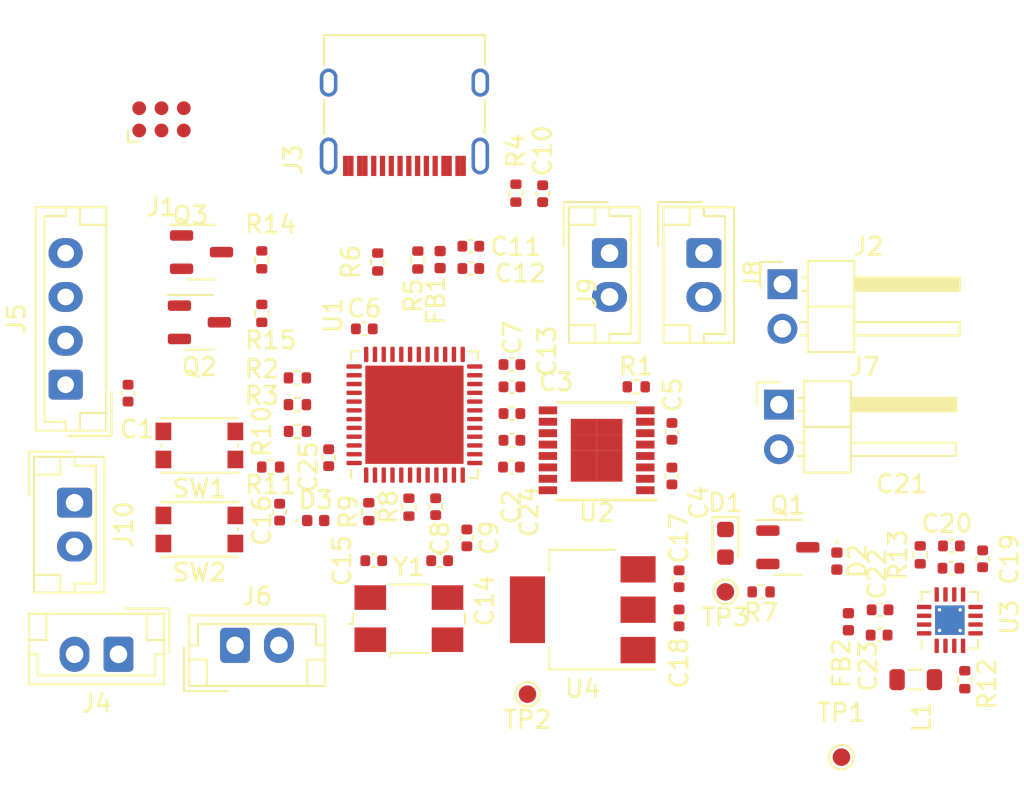
<source format=kicad_pcb>
(kicad_pcb (version 20221018) (generator pcbnew)
  (layers (0 "F.Cu" signal) (31 "B.Cu" signal) (34 "B.Paste" user) (35 "F.Paste" user) (36 "B.SilkS" user "B.Silkscreen") (37 "F.SilkS" user "F.Silkscreen") (38 "B.Mask" user) (39 "F.Mask" user) (44 "Edge.Cuts" user))
  (net 0 "")
  (net 1 "VCC")
  (net 2 "GND")
  (net 3 "+BATT")
  (net 4 "Net-(J7-Pin_1)")
  (net 5 "Net-(J7-Pin_2)")
  (net 6 "Net-(J2-Pin_1)")
  (net 7 "Net-(J2-Pin_2)")
  (net 8 "+3V3")
  (net 9 "Net-(J3-SHIELD)")
  (net 10 "Net-(C11-Pad1)")
  (net 11 "VBUS")
  (net 12 "Net-(U1-VCAP1)")
  (net 13 "Net-(C14-Pad1)")
  (net 14 "/XTAL_IN")
  (net 15 "/nRST")
  (net 16 "+3.3V")
  (net 17 "Net-(U3-SS{slash}TR)")
  (net 18 "+5V")
  (net 19 "Net-(U3-VOS)")
  (net 20 "Net-(U2-VINT)")
  (net 21 "Net-(D3-A)")
  (net 22 "/SWDIO")
  (net 23 "/SWCLK")
  (net 24 "/SWO")
  (net 25 "Net-(J3-CC1)")
  (net 26 "/USB2_P")
  (net 27 "/USB2_N")
  (net 29 "Net-(J3-CC2)")
  (net 31 "/USART6_TX")
  (net 32 "/USART6_RX")
  (net 33 "Net-(J5-Pin_3)")
  (net 34 "Net-(J5-Pin_4)")
  (net 35 "/USART2_TX")
  (net 36 "/USART2_RX")
  (net 37 "/ENC1_A")
  (net 38 "/ENC1_B")
  (net 39 "/ENC2_A")
  (net 40 "/ENC2_B")
  (net 43 "Net-(L1-Pad1)")
  (net 44 "/DRV_Fault")
  (net 45 "/I2C1_SCL")
  (net 46 "/I2C1_SDA")
  (net 47 "/XTAL_OUT")
  (net 48 "Net-(U1-PC13)")
  (net 49 "/Boot0")
  (net 50 "/P5V_PG")
  (net 51 "Net-(U3-EN)")
  (net 54 "/AIN_1")
  (net 55 "/AIN_2")
  (net 56 "/BIN_1")
  (net 57 "/BIN_2")
  (net 58 "/DRV_EN")
  (net 61 "/JTDO")
  (net 68 "/USART1_TX")
  (net 69 "/USART1_RX")
  (net 70 "/JTDI")
  (net 71 "/JTRST")
  (net 76 "Net-(Y1-Pad2)")
  (footprint "Capacitor_SMD:C_0402_1005Metric" (layer "F.Cu") (at 140.884 94.232)
    (fp_text reference "C20" (at -0.226 -2.54) (layer "F.SilkS"))
    (fp_text value "1u")
    (pad "1" smd roundrect (at -0.48 0) (size 0.56 0.62) (layers "F.Cu" "F.Paste" "F.Mask") (net 3 "+BATT"))
    (pad "2" smd roundrect (at 0.48 0) (size 0.56 0.62) (layers "F.Cu" "F.Paste" "F.Mask") (net 2 "GND"))
  )
  (footprint "Inductor_SMD:L_0402_1005Metric" (layer "F.Cu") (at 135.042 97.28 90)
    (fp_text reference "FB2" (at -2.37 -0.396 90) (layer "F.SilkS"))
    (fp_text value "220R @100Mhz")
    (pad "1" smd roundrect (at -0.485 0 90) (size 0.59 0.64) (layers "F.Cu" "F.Paste" "F.Mask") (net 19 "Net-(U3-VOS)"))
    (pad "2" smd roundrect (at 0.485 0 90) (size 0.59 0.64) (layers "F.Cu" "F.Paste" "F.Mask") (net 18 "+5V"))
  )
  (footprint "Capacitor_SMD:C_0402_1005Metric" (layer "F.Cu") (at 111.752 93.802 180)
    (fp_text reference "C14" (at -2.568 -2.286 90) (layer "F.SilkS"))
    (fp_text value "12p")
    (pad "1" smd roundrect (at -0.48 0 180) (size 0.56 0.62) (layers "F.Cu" "F.Paste" "F.Mask") (net 13 "Net-(C14-Pad1)"))
    (pad "2" smd roundrect (at 0.48 0 180) (size 0.56 0.62) (layers "F.Cu" "F.Paste" "F.Mask") (net 2 "GND"))
  )
  (footprint "Button_Switch_SMD:SW_Push_1P1T_NO_CK_KMR2" (layer "F.Cu") (at 98.064 92.024 180)
    (fp_text reference "SW2" (at 0 -2.45) (layer "F.SilkS"))
    (fp_text value "SW_Push")
    (pad "1" smd rect (at -2.05 -0.8 180) (size 0.9 1) (layers "F.Cu" "F.Paste" "F.Mask") (net 2 "GND"))
    (pad "1" smd rect (at 2.05 -0.8 180) (size 0.9 1) (layers "F.Cu" "F.Paste" "F.Mask") (net 2 "GND"))
    (pad "2" smd rect (at -2.05 0.8 180) (size 0.9 1) (layers "F.Cu" "F.Paste" "F.Mask") (net 15 "/nRST"))
    (pad "2" smd rect (at 2.05 0.8 180) (size 0.9 1) (layers "F.Cu" "F.Paste" "F.Mask") (net 15 "/nRST"))
  )
  (footprint "Resistor_SMD:R_0402_1005Metric" (layer "F.Cu") (at 139.134 93.47 -90)
    (fp_text reference "R13" (at 0 1.27 90) (layer "F.SilkS"))
    (fp_text value "0R")
    (pad "1" smd roundrect (at -0.51 0 270) (size 0.54 0.64) (layers "F.Cu" "F.Paste" "F.Mask") (net 3 "+BATT"))
    (pad "2" smd roundrect (at 0.51 0 270) (size 0.54 0.64) (layers "F.Cu" "F.Paste" "F.Mask") (net 51 "Net-(U3-EN)"))
  )
  (footprint "TestPoint:TestPoint_Pad_D1.0mm" (layer "F.Cu") (at 134.646 104.998 180)
    (fp_text reference "TP1" (at 0 2.54) (layer "F.SilkS"))
    (fp_text value "TestPoint")
    (pad "1" smd circle (at 0 0 180) (size 1 1) (layers "F.Cu" "F.Mask") (net 18 "+5V"))
  )
  (footprint "Connector_JST:JST_EH_B2B-EH-A_1x02_P2.50mm_Vertical" (layer "F.Cu") (at 90.952 90.5 -90)
    (fp_text reference "J10" (at 1.25 -2.8 90) (layer "F.SilkS"))
    (fp_text value "01x02 JST")
    (pad "1" thru_hole roundrect (at 0 0 270) (size 1.7 2) (drill 1) (layers "*.Cu" "*.Mask") (roundrect_rratio 0.147059))
    (pad "2" thru_hole oval (at 2.5 0 270) (size 1.7 2) (drill 1) (layers "*.Cu" "*.Mask"))
  )
  (footprint "Inductor_SMD:L_0805_2012Metric" (layer "F.Cu") (at 138.88 100.582 180)
    (fp_text reference "L1" (at -0.338 -2.116 90) (layer "F.SilkS"))
    (fp_text value "2u2")
    (pad "1" smd roundrect (at -1.0625 0 180) (size 0.875 1.2) (layers "F.Cu" "F.Paste" "F.Mask") (net 43 "Net-(L1-Pad1)"))
    (pad "2" smd roundrect (at 1.0625 0 180) (size 0.875 1.2) (layers "F.Cu" "F.Paste" "F.Mask") (net 19 "Net-(U3-VOS)"))
  )
  (footprint "Capacitor_SMD:C_0402_1005Metric" (layer "F.Cu") (at 102.636 91.036 -90)
    (fp_text reference "C16" (at 0.48 1.016 90) (layer "F.SilkS"))
    (fp_text value "100n")
    (pad "1" smd roundrect (at -0.48 0 270) (size 0.56 0.62) (layers "F.Cu" "F.Paste" "F.Mask") (net 15 "/nRST"))
    (pad "2" smd roundrect (at 0.48 0 270) (size 0.56 0.62) (layers "F.Cu" "F.Paste" "F.Mask") (net 2 "GND"))
  )
  (footprint "Package_SO:TSSOP-16-1EP_4.4x5mm_P0.65mm" (layer "F.Cu") (at 120.697 87.5125 180)
    (fp_text reference "U2" (at 0 -3.55) (layer "F.SilkS"))
    (fp_text value "DRV8848")
    (pad "1" smd rect (at -2.775 -2.275 180) (size 1.05 0.45) (layers "F.Cu" "F.Paste" "F.Mask") (net 58 "/DRV_EN"))
    (pad "2" smd rect (at -2.775 -1.625 180) (size 1.05 0.45) (layers "F.Cu" "F.Paste" "F.Mask") (net 4 "Net-(J7-Pin_1)"))
    (pad "3" smd rect (at -2.775 -0.975 180) (size 1.05 0.45) (layers "F.Cu" "F.Paste" "F.Mask"))
    (pad "4" smd rect (at -2.775 -0.325 180) (size 1.05 0.45) (layers "F.Cu" "F.Paste" "F.Mask") (net 5 "Net-(J7-Pin_2)"))
    (pad "5" smd rect (at -2.775 0.325 180) (size 1.05 0.45) (layers "F.Cu" "F.Paste" "F.Mask") (net 7 "Net-(J2-Pin_2)"))
    (pad "6" smd rect (at -2.775 0.975 180) (size 1.05 0.45) (layers "F.Cu" "F.Paste" "F.Mask"))
    (pad "7" smd rect (at -2.775 1.625 180) (size 1.05 0.45) (layers "F.Cu" "F.Paste" "F.Mask") (net 6 "Net-(J2-Pin_1)"))
    (pad "8" smd rect (at -2.775 2.275 180) (size 1.05 0.45) (layers "F.Cu" "F.Paste" "F.Mask") (net 44 "/DRV_Fault"))
    (pad "9" smd rect (at 2.775 2.275 180) (size 1.05 0.45) (layers "F.Cu" "F.Paste" "F.Mask") (net 56 "/BIN_1"))
    (pad "10" smd rect (at 2.775 1.625 180) (size 1.05 0.45) (layers "F.Cu" "F.Paste" "F.Mask") (net 57 "/BIN_2"))
    (pad "11" smd rect (at 2.775 0.975 180) (size 1.05 0.45) (layers "F.Cu" "F.Paste" "F.Mask") (net 8 "+3V3"))
    (pad "12" smd rect (at 2.775 0.325 180) (size 1.05 0.45) (layers "F.Cu" "F.Paste" "F.Mask") (net 3 "+BATT"))
    (pad "13" smd rect (at 2.775 -0.325 180) (size 1.05 0.45) (layers "F.Cu" "F.Paste" "F.Mask") (net 2 "GND"))
    (pad "14" smd rect (at 2.775 -0.975 180) (size 1.05 0.45) (layers "F.Cu" "F.Paste" "F.Mask") (net 20 "Net-(U2-VINT)"))
    (pad "15" smd rect (at 2.775 -1.625 180) (size 1.05 0.45) (layers "F.Cu" "F.Paste" "F.Mask") (net 55 "/AIN_2"))
    (pad "16" smd rect (at 2.775 -2.275 180) (size 1.05 0.45) (layers "F.Cu" "F.Paste" "F.Mask") (net 54 "/AIN_1"))
    (pad "17" smd rect (at -0.735 -1.3425 180) (size 1.47 0.895) (layers "F.Cu" "F.Paste" "F.Mask") (net 2 "GND"))
    (pad "17" smd rect (at -0.735 -0.4475 180) (size 1.47 0.895) (layers "F.Cu" "F.Paste" "F.Mask") (net 2 "GND"))
    (pad "17" smd rect (at -0.735 0.4475 180) (size 1.47 0.895) (layers "F.Cu" "F.Paste" "F.Mask") (net 2 "GND"))
    (pad "17" smd rect (at -0.735 1.3425 180) (size 1.47 0.895) (layers "F.Cu" "F.Paste" "F.Mask") (net 2 "GND"))
    (pad "17" smd rect (at 0.735 -1.3425 180) (size 1.47 0.895) (layers "F.Cu" "F.Paste" "F.Mask") (net 2 "GND"))
    (pad "17" smd rect (at 0.735 -0.4475 180) (size 1.47 0.895) (layers "F.Cu" "F.Paste" "F.Mask") (net 2 "GND"))
    (pad "17" smd rect (at 0.735 0.4475 180) (size 1.47 0.895) (layers "F.Cu" "F.Paste" "F.Mask") (net 2 "GND"))
    (pad "17" smd rect (at 0.735 1.3425 180) (size 1.47 0.895) (layers "F.Cu" "F.Paste" "F.Mask") (net 2 "GND"))
  )
  (footprint "Resistor_SMD:R_0402_1005Metric" (layer "F.Cu") (at 102.128 88.468 180)
    (fp_text reference "R11" (at 0 -1.016) (layer "F.SilkS"))
    (fp_text value "10k")
    (pad "1" smd roundrect (at -0.51 0 180) (size 0.54 0.64) (layers "F.Cu" "F.Paste" "F.Mask") (net 15 "/nRST"))
    (pad "2" smd roundrect (at 0.51 0 180) (size 0.54 0.64) (layers "F.Cu" "F.Paste" "F.Mask") (net 8 "+3V3"))
  )
  (footprint "Inductor_SMD:L_0402_1005Metric" (layer "F.Cu") (at 111.78 76.647 -90)
    (fp_text reference "FB1" (at 2.309 0.254 90) (layer "F.SilkS"))
    (fp_text value "220R @100Mhz")
    (pad "1" smd roundrect (at -0.485 0 270) (size 0.59 0.64) (layers "F.Cu" "F.Paste" "F.Mask") (net 10 "Net-(C11-Pad1)"))
    (pad "2" smd roundrect (at 0.485 0 270) (size 0.59 0.64) (layers "F.Cu" "F.Paste" "F.Mask") (net 11 "VBUS"))
  )
  (footprint "Capacitor_SMD:C_0402_1005Metric" (layer "F.Cu") (at 115.872 83.896)
    (fp_text reference "C13" (at 2.004 -2.032 90) (layer "F.SilkS"))
    (fp_text value "2u2")
    (pad "1" smd roundrect (at -0.48 0) (size 0.56 0.62) (layers "F.Cu" "F.Paste" "F.Mask") (net 12 "Net-(U1-VCAP1)"))
    (pad "2" smd roundrect (at 0.48 0) (size 0.56 0.62) (layers "F.Cu" "F.Paste" "F.Mask") (net 2 "GND"))
  )
  (footprint "Capacitor_SMD:C_0402_1005Metric" (layer "F.Cu") (at 115.872 86.944 180)
    (fp_text reference "C2" (at 0.028 -3.798 90) (layer "F.SilkS"))
    (fp_text value "100n")
    (pad "1" smd roundrect (at -0.48 0 180) (size 0.56 0.62) (layers "F.Cu" "F.Paste" "F.Mask") (net 3 "+BATT"))
    (pad "2" smd roundrect (at 0.48 0 180) (size 0.56 0.62) (layers "F.Cu" "F.Paste" "F.Mask") (net 2 "GND"))
  )
  (footprint "Connector_JST:JST_EH_B2B-EH-A_1x02_P2.50mm_Vertical" (layer "F.Cu") (at 93.452 99.136 180)
    (fp_text reference "J4" (at 1.25 -2.8) (layer "F.SilkS"))
    (fp_text value "01x02 JST")
    (pad "1" thru_hole roundrect (at 0 0 180) (size 1.7 2) (drill 1) (layers "*.Cu" "*.Mask") (roundrect_rratio 0.147059) (net 31 "/USART6_TX"))
    (pad "2" thru_hole oval (at 2.5 0 180) (size 1.7 2) (drill 1) (layers "*.Cu" "*.Mask") (net 32 "/USART6_RX"))
  )
  (footprint "Capacitor_SMD:C_0402_1005Metric" (layer "F.Cu") (at 113.53 75.885)
    (fp_text reference "C11" (at 2.568 0.023) (layer "F.SilkS"))
    (fp_text value "2u2")
    (pad "1" smd roundrect (at -0.48 0) (size 0.56 0.62) (layers "F.Cu" "F.Paste" "F.Mask") (net 10 "Net-(C11-Pad1)"))
    (pad "2" smd roundrect (at 0.48 0) (size 0.56 0.62) (layers "F.Cu" "F.Paste" "F.Mask") (net 2 "GND"))
  )
  (footprint "Connector_USB:USB_C_Receptacle_XKB_U262-16XN-4BVC11" (layer "F.Cu") (at 109.748 67.64 180)
    (fp_text reference "J3" (at 6.35 -3.302 90) (layer "F.SilkS"))
    (fp_text value "USB_C_Receptacle_USB2.0")
    (pad "" np_thru_hole circle (at -2.89 -2.605 180) (size 0.65 0.65) (drill 0.65) (layers "*.Cu" "*.Mask"))
    (pad "" np_thru_hole circle (at 2.89 -2.605 180) (size 0.65 0.65) (drill 0.65) (layers "*.Cu" "*.Mask"))
    (pad "A1" smd rect (at -3.35 -3.67 180) (size 0.3 1.15) (layers "F.Cu" "F.Paste" "F.Mask") (net 2 "GND"))
    (pad "A4" smd rect (at -2.55 -3.67 180) (size 0.3 1.15) (layers "F.Cu" "F.Paste" "F.Mask") (net 10 "Net-(C11-Pad1)"))
    (pad "A5" smd rect (at -1.25 -3.67 180) (size 0.3 1.15) (layers "F.Cu" "F.Paste" "F.Mask") (net 25 "Net-(J3-CC1)"))
    (pad "A6" smd rect (at -0.25 -3.67 180) (size 0.3 1.15) (layers "F.Cu" "F.Paste" "F.Mask") (net 26 "/USB2_P"))
    (pad "A7" smd rect (at 0.25 -3.67 180) (size 0.3 1.15) (layers "F.Cu" "F.Paste" "F.Mask") (net 27 "/USB2_N"))
    (pad "A8" smd rect (at 1.25 -3.67 180) (size 0.3 1.15) (layers "F.Cu" "F.Paste" "F.Mask"))
    (pad "A9" smd rect (at 2.55 -3.67 180) (size 0.3 1.15) (layers "F.Cu" "F.Paste" "F.Mask") (net 10 "Net-(C11-Pad1)"))
    (pad "A12" smd rect (at 3.35 -3.67 180) (size 0.3 1.15) (layers "F.Cu" "F.Paste" "F.Mask") (net 2 "GND"))
    (pad "B1" smd rect (at 3.05 -3.67 180) (size 0.3 1.15) (layers "F.Cu" "F.Paste" "F.Mask") (net 2 "GND"))
    (pad "B4" smd rect (at 2.25 -3.67 180) (size 0.3 1.15) (layers "F.Cu" "F.Paste" "F.Mask") (net 10 "Net-(C11-Pad1)"))
    (pad "B5" smd rect (at 1.75 -3.67 180) (size 0.3 1.15) (layers "F.Cu" "F.Paste" "F.Mask") (net 29 "Net-(J3-CC2)"))
    (pad "B6" smd rect (at 0.75 -3.67 180) (size 0.3 1.15) (layers "F.Cu" "F.Paste" "F.Mask") (net 26 "/USB2_P"))
    (pad "B7" smd rect (at -0.75 -3.67 180) (size 0.3 1.15) (layers "F.Cu" "F.Paste" "F.Mask") (net 27 "/USB2_N"))
    (pad "B8" smd rect (at -1.75 -3.67 180) (size 0.3 1.15) (layers "F.Cu" "F.Paste" "F.Mask"))
    (pad "B9" smd rect (at -2.25 -3.67 180) (size 0.3 1.15) (layers "F.Cu" "F.Paste" "F.Mask") (net 10 "Net-(C11-Pad1)"))
    (pad "B12" smd rect (at -3.05 -3.67 180) (size 0.3 1.15) (layers "F.Cu" "F.Paste" "F.Mask") (net 2 "GND"))
    (pad "S1" thru_hole oval (at -4.32 -3.105 180) (size 1 2.1) (drill oval 0.6 1.7) (layers "*.Cu" "*.Mask") (net 9 "Net-(J3-SHIELD)"))
    (pad "S1" thru_hole oval (at -4.32 1.075 180) (size 1 1.6) (drill oval 0.6 1.2) (layers "*.Cu" "*.Mask") (net 9 "Net-(J3-SHIELD)"))
    (pad "S1" thru_hole oval (at 4.32 -3.105 180) (size 1 2.1) (drill oval 0.6 1.7) (layers "*.Cu" "*.Mask") (net 9 "Net-(J3-SHIELD)"))
    (pad "S1" thru_hole oval (at 4.32 1.075 180) (size 1 1.6) (drill oval 0.6 1.2) (layers "*.Cu" "*.Mask") (net 9 "Net-(J3-SHIELD)"))
  )
  (footprint "Capacitor_SMD:C_0402_1005Metric" (layer "F.Cu") (at 124.988 88.976 90)
    (fp_text reference "C4" (at -1.524 1.524 90) (layer "F.SilkS"))
    (fp_text value "100n")
    (pad "1" smd roundrect (at -0.48 0 90) (size 0.56 0.62) (layers "F.Cu" "F.Paste" "F.Mask") (net 4 "Net-(J7-Pin_1)"))
    (pad "2" smd roundrect (at 0.48 0 90) (size 0.56 0.62) (layers "F.Cu" "F.Paste" "F.Mask") (net 5 "Net-(J7-Pin_2)"))
  )
  (footprint "Capacitor_SMD:C_0402_1005Metric" (layer "F.Cu") (at 113.53 77.155)
    (fp_text reference "C12" (at 2.822 0.277) (layer "F.SilkS"))
    (fp_text value "2u2")
    (pad "1" smd roundrect (at -0.48 0) (size 0.56 0.62) (layers "F.Cu" "F.Paste" "F.Mask") (net 11 "VBUS"))
    (pad "2" smd roundrect (at 0.48 0) (size 0.56 0.62) (layers "F.Cu" "F.Paste" "F.Mask") (net 2 "GND"))
  )
  (footprint "Connector:Tag-Connect_TC2030-IDC-FP_2x03_P1.27mm_Vertical" (layer "F.Cu") (at 95.905 68.656)
    (fp_text reference "J1" (at 0 5) (layer "F.SilkS"))
    (fp_text value "J-Tag")
    (pad "" np_thru_hole circle (at -2.54 -2.54) (size 2.3749 2.3749) (drill 2.3749) (layers "*.Cu" "*.Mask"))
    (pad "" np_thru_hole circle (at -2.54 0) (size 0.9906 0.9906) (drill 0.9906) (layers "*.Cu" "*.Mask"))
    (pad "" np_thru_hole circle (at -2.54 2.54) (size 2.3749 2.3749) (drill 2.3749) (layers "*.Cu" "*.Mask"))
    (pad "" np_thru_hole circle (at 0.635 -2.54) (size 2.3749 2.3749) (drill 2.3749) (layers "*.Cu" "*.Mask"))
    (pad "" np_thru_hole circle (at 0.635 2.54) (size 2.3749 2.3749) (drill 2.3749) (layers "*.Cu" "*.Mask"))
    (pad "" np_thru_hole circle (at 2.54 -1.016) (size 0.9906 0.9906) (drill 0.9906) (layers "*.Cu" "*.Mask"))
    (pad "" np_thru_hole circle (at 2.54 1.016) (size 0.9906 0.9906) (drill 0.9906) (layers "*.Cu" "*.Mask"))
    (pad "1" connect circle (at -1.27 0.635) (size 0.7874 0.7874) (layers "F.Cu" "F.Mask") (net 16 "+3.3V"))
    (pad "2" connect circle (at -1.27 -0.635) (size 0.7874 0.7874) (layers "F.Cu" "F.Mask") (net 22 "/SWDIO"))
    (pad "3" connect circle (at 0 0.635) (size 0.7874 0.7874) (layers "F.Cu" "F.Mask") (net 15 "/nRST"))
    (pad "4" connect circle (at 0 -0.635) (size 0.7874 0.7874) (layers "F.Cu" "F.Mask") (net 23 "/SWCLK"))
    (pad "5" connect circle (at 1.27 0.635) (size 0.7874 0.7874) (layers "F.Cu" "F.Mask") (net 2 "GND"))
    (pad "6" connect circle (at 1.27 -0.635) (size 0.7874 0.7874) (layers "F.Cu" "F.Mask") (net 24 "/SWO"))
  )
  (footprint "Package_DFN_QFN:VQFN-16-1EP_3x3mm_P0.5mm_EP1.68x1.68mm_ThermalVias" (layer "F.Cu") (at 140.824 97.192 90)
    (fp_text reference "U3" (at 0.166 3.39 90) (layer "F.SilkS"))
    (fp_text value "TPS62133")
    (pad "1" smd roundrect (at -1.4625 -0.75 90) (size 0.825 0.25) (layers "F.Cu" "F.Paste" "F.Mask") (net 43 "Net-(L1-Pad1)"))
    (pad "2" smd roundrect (at -1.4625 -0.25 90) (size 0.825 0.25) (layers "F.Cu" "F.Paste" "F.Mask") (net 43 "Net-(L1-Pad1)"))
    (pad "3" smd roundrect (at -1.4625 0.25 90) (size 0.825 0.25) (layers "F.Cu" "F.Paste" "F.Mask") (net 43 "Net-(L1-Pad1)"))
    (pad "4" smd roundrect (at -1.4625 0.75 90) (size 0.825 0.25) (layers "F.Cu" "F.Paste" "F.Mask") (net 50 "/P5V_PG"))
    (pad "5" smd roundrect (at -0.75 1.4625 90) (size 0.25 0.825) (layers "F.Cu" "F.Paste" "F.Mask") (net 2 "GND"))
    (pad "6" smd roundrect (at -0.25 1.4625 90) (size 0.25 0.825) (layers "F.Cu" "F.Paste" "F.Mask") (net 2 "GND"))
    (pad "7" smd roundrect (at 0.25 1.4625 90) (size 0.25 0.825) (layers "F.Cu" "F.Paste" "F.Mask") (net 2 "GND"))
    (pad "8" smd roundrect (at 0.75 1.4625 90) (size 0.25 0.825) (layers "F.Cu" "F.Paste" "F.Mask") (net 2 "GND"))
    (pad "9" smd roundrect (at 1.4625 0.75 90) (size 0.825 0.25) (layers "F.Cu" "F.Paste" "F.Mask") (net 17 "Net-(U3-SS{slash}TR)"))
    (pad "10" smd roundrect (at 1.4625 0.25 90) (size 0.825 0.25) (layers "F.Cu" "F.Paste" "F.Mask") (net 3 "+BATT"))
    (pad "11" smd roundrect (at 1.4625 -0.25 90) (size 0.825 0.25) (layers "F.Cu" "F.Paste" "F.Mask") (net 3 "+BATT"))
    (pad "12" smd roundrect (at 1.4625 -0.75 90) (size 0.825 0.25) (layers "F.Cu" "F.Paste" "F.Mask") (net 3 "+BATT"))
    (pad "13" smd roundrect (at 0.75 -1.4625 90) (size 0.25 0.825) (layers "F.Cu" "F.Paste" "F.Mask") (net 51 "Net-(U3-EN)"))
    (pad "14" smd roundrect (at 0.25 -1.4625 90) (size 0.25 0.825) (layers "F.Cu" "F.Paste" "F.Mask") (net 19 "Net-(U3-VOS)"))
    (pad "15" smd roundrect (at -0.25 -1.4625 90) (size 0.25 0.825) (layers "F.Cu" "F.Paste" "F.Mask") (net 2 "GND"))
    (pad "16" smd roundrect (at -0.75 -1.4625 90) (size 0.25 0.825) (layers "F.Cu" "F.Paste" "F.Mask") (net 2 "GND"))
    (pad "17" thru_hole circle (at -0.59 -0.59 90) (size 0.5 0.5) (drill 0.2) (layers "*.Cu") (net 2 "GND"))
    (pad "17" thru_hole circle (at -0.59 0.59 90) (size 0.5 0.5) (drill 0.2) (layers "*.Cu") (net 2 "GND"))
    (pad "17" smd rect (at 0 0 90) (size 1.68 1.68) (layers "F.Cu" "F.Mask") (net 2 "GND"))
    (pad "17" smd rect (at 0 0 90) (size 1.68 1.68) (layers "B.Cu") (net 2 "GND"))
    (pad "17" thru_hole circle (at 0.59 -0.59 90) (size 0.5 0.5) (drill 0.2) (layers "*.Cu") (net 2 "GND"))
    (pad "17" thru_hole circle (at 0.59 0.59 90) (size 0.5 0.5) (drill 0.2) (layers "*.Cu") (net 2 "GND"))
  )
  (footprint "Capacitor_SMD:C_0402_1005Metric" (layer "F.Cu") (at 125.394 94.832 -90)
    (fp_text reference "C17" (at -2.314 0 90) (layer "F.SilkS"))
    (fp_text value "10u")
    (pad "1" smd roundrect (at -0.48 0 270) (size 0.56 0.62) (layers "F.Cu" "F.Paste" "F.Mask") (net 1 "VCC"))
    (pad "2" smd roundrect (at 0.48 0 270) (size 0.56 0.62) (layers "F.Cu" "F.Paste" "F.Mask") (net 2 "GND"))
  )
  (footprint "Capacitor_SMD:C_0402_1005Metric" (layer "F.Cu") (at 107.998 93.802 180)
    (fp_text reference "C15" (at 1.806 0 90) (layer "F.SilkS"))
    (fp_text value "12p")
    (pad "1" smd roundrect (at -0.48 0 180) (size 0.56 0.62) (layers "F.Cu" "F.Paste" "F.Mask") (net 14 "/XTAL_IN"))
    (pad "2" smd roundrect (at 0.48 0 180) (size 0.56 0.62) (layers "F.Cu" "F.Paste" "F.Mask") (net 2 "GND"))
  )
  (footprint "Connector_JST:JST_EH_B4B-EH-A_1x04_P2.50mm_Vertical" (layer "F.Cu") (at 90.444 83.776 90)
    (fp_text reference "J5" (at 3.75 -2.8 90) (layer "F.SilkS"))
    (fp_text value "01x04 JST")
    (pad "1" thru_hole roundrect (at 0 0 90) (size 1.7 1.95) (drill 0.95) (layers "*.Cu" "*.Mask") (roundrect_rratio 0.147059) (net 1 "VCC"))
    (pad "2" thru_hole oval (at 2.5 0 90) (size 1.7 1.95) (drill 0.95) (layers "*.Cu" "*.Mask") (net 2 "GND"))
    (pad "3" thru_hole oval (at 5 0 90) (size 1.7 1.95) (drill 0.95) (layers "*.Cu" "*.Mask") (net 33 "Net-(J5-Pin_3)"))
    (pad "4" thru_hole oval (at 7.5 0 90) (size 1.7 1.95) (drill 0.95) (layers "*.Cu" "*.Mask") (net 34 "Net-(J5-Pin_4)"))
  )
  (footprint "Resistor_SMD:R_0402_1005Metric" (layer "F.Cu") (at 103.652 86.436)
    (fp_text reference "R10" (at -2.032 0 90) (layer "F.SilkS"))
    (fp_text value "10k")
    (pad "1" smd roundrect (at -0.51 0) (size 0.54 0.64) (layers "F.Cu" "F.Paste" "F.Mask") (net 2 "GND"))
    (pad "2" smd roundrect (at 0.51 0) (size 0.54 0.64) (layers "F.Cu" "F.Paste" "F.Mask") (net 49 "/Boot0"))
  )
  (footprint "Capacitor_SMD:C_0402_1005Metric" (layer "F.Cu") (at 115.844 88.468 180)
    (fp_text reference "C24" (at -1.016 -2.54 90) (layer "F.SilkS"))
    (fp_text value "2u2")
    (pad "1" smd roundrect (at -0.48 0 180) (size 0.56 0.62) (layers "F.Cu" "F.Paste" "F.Mask") (net 20 "Net-(U2-VINT)"))
    (pad "2" smd roundrect (at 0.48 0 180) (size 0.56 0.62) (layers "F.Cu" "F.Paste" "F.Mask") (net 2 "GND"))
  )
  (footprint "TestPoint:TestPoint_Pad_D1.0mm" (layer "F.Cu") (at 128.036 95.58 180)
    (fp_text reference "TP3" (at 0 -1.448) (layer "F.SilkS"))
    (fp_text value "TestPoint")
    (pad "1" smd circle (at 0 0 180) (size 1 1) (layers "F.Cu" "F.Mask") (net 11 "VBUS"))
  )
  (footprint "Capacitor_SMD:C_0402_1005Metric" (layer "F.Cu") (at 125.394 97.062 -90)
    (fp_text reference "C18" (at 2.568 0 90) (layer "F.SilkS"))
    (fp_text value "22u")
    (pad "1" smd roundrect (at -0.48 0 270) (size 0.56 0.62) (layers "F.Cu" "F.Paste" "F.Mask") (net 16 "+3.3V"))
    (pad "2" smd roundrect (at 0.48 0 270) (size 0.56 0.62) (layers "F.Cu" "F.Paste" "F.Mask") (net 2 "GND"))
  )
  (footprint "Resistor_SMD:R_0402_1005Metric" (layer "F.Cu") (at 107.716 91.01 90)
    (fp_text reference "R9" (at 0 -1.17 90) (layer "F.SilkS"))
    (fp_text value "1k")
    (pad "1" smd roundrect (at -0.51 0 90) (size 0.54 0.64) (layers "F.Cu" "F.Paste" "F.Mask") (net 21 "Net-(D3-A)"))
    (pad "2" smd roundrect (at 0.51 0 90) (size 0.54 0.64) (layers "F.Cu" "F.Paste" "F.Mask") (net 48 "Net-(U1-PC13)"))
  )
  (footprint "Diode_SMD:D_0603_1608Metric" (layer "F.Cu") (at 128.036 92.8115 -90)
    (fp_text reference "D1" (at -2.3115 0) (layer "F.SilkS"))
    (fp_text value "2 A")
    (pad "1" smd roundrect (at -0.7875 0 270) (size 0.875 0.95) (layers "F.Cu" "F.Paste" "F.Mask") (net 1 "VCC"))
    (pad "2" smd roundrect (at 0.7875 0 270) (size 0.875 0.95) (layers "F.Cu" "F.Paste" "F.Mask") (net 11 "VBUS"))
  )
  (footprint "Capacitor_SMD:C_0402_1005Metric" (layer "F.Cu") (at 115.872 82.626)
    (fp_text reference "C7" (at 0.028 -1.524 90) (layer "F.SilkS"))
    (fp_text value "100n")
    (pad "1" smd roundrect (at -0.48 0) (size 0.56 0.62) (layers "F.Cu" "F.Paste" "F.Mask") (net 8 "+3V3"))
    (pad "2" smd roundrect (at 0.48 0) (size 0.56 0.62) (layers "F.Cu" "F.Paste" "F.Mask") (net 2 "GND"))
  )
  (footprint "Connector_JST:JST_EH_B2B-EH-A_1x02_P2.50mm_Vertical" (layer "F.Cu") (at 100.096 98.628)
    (fp_text reference "J6" (at 1.25 -2.8) (layer "F.SilkS"))
    (fp_text value "01x02 JST")
    (pad "1" thru_hole roundrect (at 0 0) (size 1.7 2) (drill 1) (layers "*.Cu" "*.Mask") (roundrect_rratio 0.147059) (net 35 "/USART2_TX"))
    (pad "2" thru_hole oval (at 2.5 0) (size 1.7 2) (drill 1) (layers "*.Cu" "*.Mask") (net 36 "/USART2_RX"))
  )
  (footprint "Connector_PinHeader_2.54mm:PinHeader_1x02_P2.54mm_Horizontal" (layer "F.Cu") (at 131.281 78.049)
    (fp_text reference "J2" (at 4.893 -2.149) (layer "F.SilkS"))
    (fp_text value "Screw_Terminal_01x02")
    (pad "1" thru_hole rect (at 0 0) (size 1.7 1.7) (drill 1) (layers "*.Cu" "*.Mask") (net 6 "Net-(J2-Pin_1)"))
    (pad "2" thru_hole oval (at 0 2.54) (size 1.7 1.7) (drill 1) (layers "*.Cu" "*.Mask") (net 7 "Net-(J2-Pin_2)"))
  )
  (footprint "Diode_SMD:D_0402_1005Metric" (layer "F.Cu") (at 134.386 93.825 -90)
    (fp_text reference "D2" (at 0 -1.17 90) (layer "F.SilkS"))
    (fp_text value "5V1")
    (pad "1" smd roundrect (at -0.485 0 270) (size 0.59 0.64) (layers "F.Cu" "F.Paste" "F.Mask") (net 18 "+5V"))
    (pad "2" smd roundrect (at 0.485 0 270) (size 0.59 0.64) (layers "F.Cu" "F.Paste" "F.Mask") (net 11 "VBUS"))
  )
  (footprint "Capacitor_SMD:C_0402_1005Metric" (layer "F.Cu") (at 117.622 72.892 -90)
    (fp_text reference "C10" (at -2.443836 0 90) (layer "F.SilkS"))
    (fp_text value "4u7")
    (pad "1" smd roundrect (at -0.48 0 270) (size 0.56 0.62) (layers "F.Cu" "F.Paste" "F.Mask") (net 9 "Net-(J3-SHIELD)"))
    (pad "2" smd roundrect (at 0.48 0 270) (size 0.56 0.62) (layers "F.Cu" "F.Paste" "F.Mask") (net 2 "GND"))
  )
  (footprint "Package_DFN_QFN:QFN-48-1EP_7x7mm_P0.5mm_EP5.6x5.6mm" (layer "F.Cu") (at 110.318 85.488 90)
    (fp_text reference "U1" (at 5.656 -4.634 90) (layer "F.SilkS"))
    (fp_text value "STM32F401CCUx")
    (pad "1" smd roundrect (at -3.4375 -2.75 90) (size 0.875 0.25) (layers "F.Cu" "F.Paste" "F.Mask") (net 8 "+3V3"))
    (pad "2" smd roundrect (at -3.4375 -2.25 90) (size 0.875 0.25) (layers "F.Cu" "F.Paste" "F.Mask") (net 48 "Net-(U1-PC13)"))
    (pad "3" smd roundrect (at -3.4375 -1.75 90) (size 0.875 0.25) (layers "F.Cu" "F.Paste" "F.Mask"))
    (pad "4" smd roundrect (at -3.4375 -1.25 90) (size 0.875 0.25) (layers "F.Cu" "F.Paste" "F.Mask"))
    (pad "5" smd roundrect (at -3.4375 -0.75 90) (size 0.875 0.25) (layers "F.Cu" "F.Paste" "F.Mask") (net 14 "/XTAL_IN"))
    (pad "6" smd roundrect (at -3.4375 -0.25 90) (size 0.875 0.25) (layers "F.Cu" "F.Paste" "F.Mask") (net 47 "/XTAL_OUT"))
    (pad "7" smd roundrect (at -3.4375 0.25 90) (size 0.875 0.25) (layers "F.Cu" "F.Paste" "F.Mask") (net 15 "/nRST"))
    (pad "8" smd roundrect (at -3.4375 0.75 90) (size 0.875 0.25) (layers "F.Cu" "F.Paste" "F.Mask") (net 2 "GND"))
    (pad "9" smd roundrect (at -3.4375 1.25 90) (size 0.875 0.25) (layers "F.Cu" "F.Paste" "F.Mask") (net 8 "+3V3"))
    (pad "10" smd roundrect (at -3.4375 1.75 90) (size 0.875 0.25) (layers "F.Cu" "F.Paste" "F.Mask") (net 54 "/AIN_1"))
    (pad "11" smd roundrect (at -3.4375 2.25 90) (size 0.875 0.25) (layers "F.Cu" "F.Paste" "F.Mask") (net 55 "/AIN_2"))
    (pad "12" smd roundrect (at -3.4375 2.75 90) (size 0.875 0.25) (layers "F.Cu" "F.Paste" "F.Mask") (net 56 "/BIN_1"))
    (pad "13" smd roundrect (at -2.75 3.4375 90) (size 0.25 0.875) (layers "F.Cu" "F.Paste" "F.Mask") (net 57 "/BIN_2"))
    (pad "14" smd roundrect (at -2.25 3.4375 90) (size 0.25 0.875) (layers "F.Cu" "F.Paste" "F.Mask") (net 58 "/DRV_EN"))
    (pad "15" smd roundrect (at -1.75 3.4375 90) (size 0.25 0.875) (layers "F.Cu" "F.Paste" "F.Mask") (net 44 "/DRV_Fault"))
    (pad "16" smd roundrect (at -1.25 3.4375 90) (size 0.25 0.875) (layers "F.Cu" "F.Paste" "F.Mask"))
    (pad "17" smd roundrect (at -0.75 3.4375 90) (size 0.25 0.875) (layers "F.Cu" "F.Paste" "F.Mask"))
    (pad "18" smd roundrect (at -0.25 3.4375 90) (size 0.25 0.875) (layers "F.Cu" "F.Paste" "F.Mask") (net 37 "/ENC1_A"))
    (pad "19" smd roundrect (at 0.25 3.4375 90) (size 0.25 0.875) (layers "F.Cu" "F.Paste" "F.Mask") (net 38 "/ENC1_B"))
    (pad "20" smd roundrect (at 0.75 3.4375 90) (size 0.25 0.875) (layers "F.Cu" "F.Paste" "F.Mask") (net 61 "/JTDO"))
    (pad "21" smd roundrect (at 1.25 3.4375 90) (size 0.25 0.875) (layers "F.Cu" "F.Paste" "F.Mask"))
    (pad "22" smd roundrect (at 1.75 3.4375 90) (size 0.25 0.875) (layers "F.Cu" "F.Paste" "F.Mask") (net 12 "Net-(U1-VCAP1)"))
    (pad "23" smd roundrect (at 2.25 3.4375 90) (size 0.25 0.875) (layers "F.Cu" "F.Paste" "F.Mask") (net 2 "GND"))
    (pad "24" smd roundrect (at 2.75 3.4375 90) (size 0.25 0.875) (layers "F.Cu" "F.Paste" "F.Mask") (net 8 "+3V3"))
    (pad "25" smd roundrect (at 3.4375 2.75 90) (size 0.875 0.25) (layers "F.Cu" "F.Paste" "F.Mask"))
    (pad "26" smd roundrect (at 3.4375 2.25 90) (size 0.875 0.25) (layers "F.Cu" "F.Paste" "F.Mask"))
    (pad "27" smd roundrect (at 3.4375 1.75 90) (size 0.875 0.25) (layers "F.Cu" "F.Paste" "F.Mask"))
    (pad "28" smd roundrect (at 3.4375 1.25 90) (size 0.875 0.25) (layers "F.Cu" "F.Paste" "F.Mask"))
    (pad "29" smd roundrect (at 3.4375 0.75 90) (size 0.875 0.25) (layers "F.Cu" "F.Paste" "F.Mask"))
    (pad "30" smd roundrect (at 3.4375 0.25 90) (size 0.875 0.25) (layers "F.Cu" "F.Paste" "F.Mask") (net 68 "/USART1_TX"))
    (pad "31" smd roundrect (at 3.4375 -0.25 90) (size 0.875 0.25) (layers "F.Cu" "F.Paste" "F.Mask") (net 69 "/USART1_RX"))
    (pad "32" smd roundrect (at 3.4375 -0.75 90) (size 0.875 0.25) (layers "F.Cu" "F.Paste" "F.Mask") (net 27 "/USB2_N"))
    (pad "33" smd roundrect (at 3.4375 -1.25 90) (size 0.875 0.25) (layers "F.Cu" "F.Paste" "F.Mask") (net 26 "/USB2_P"))
    (pad "34" smd roundrect (at 3.4375 -1.75 90) (size 0.875 0.25) (layers "F.Cu" "F.Paste" "F.Mask") (net 22 "/SWDIO"))
    (pad "35" smd roundrect (at 3.4375 -2.25 90) (size 0.875 0.25) (layers "F.Cu" "F.Paste" "F.Mask") (net 2 "GND"))
    (pad "36" smd roundrect (at 3.4375 -2.75 90) (size 0.875 0.25) (layers "F.Cu" "F.Paste" "F.Mask") (net 8 "+3V3"))
    (pad "37" smd roundrect (at 2.75 -3.4375 90) (size 0.25 0.875) (layers "F.Cu" "F.Paste" "F.Mask") (net 23 "/SWCLK"))
    (pad "38" smd roundrect (at 2.25 -3.4375 90) (size 0.25 0.875) (layers "F.Cu" "F.Paste" "F.Mask") (net 70 "/JTDI"))
    (pad "39" smd roundrect (at 1.75 -3.4375 90) (size 0.25 0.875) (layers "F.Cu" "F.Paste" "F.Mask") (net 71 "/JTRST"))
    (pad "40" smd roundrect (at 1.25 -3.4375 90) (size 0.25 0.875) (layers "F.Cu" "F.Paste" "F.Mask") (net 39 "/ENC2_A"))
    (pad "41" smd roundrect (at 0.75 -3.4375 90) (size 0.25 0.875) (layers "F.Cu" "F.Paste" "F.Mask") (net 40 "/ENC2_B"))
    (pad "42" smd roundrect (at 0.25 -3.4375 90) (size 0.25 0.875) (layers "F.Cu" "F.Paste" "F.Mask"))
    (pad "43" smd roundrect (at -0.25 -3.4375 90) (size 0.25 0.875) (layers "F.Cu" "F.Paste" "F.Mask"))
    (pad "44" smd roundrect (at -0.75 -3.4375 90) (size 0.25 0.875) (layers "F.Cu" "F.Paste" "F.Mask") (net 49 "/Boot0"))
    (pad "45" smd roundrect (at -1.25 -3.4375 90) (size 0.25 0.875) (layers "F.Cu" "F.Paste" "F.Mask") (net 45 "/I2C1_SCL"))
    (pad "46" smd roundrect (at -1.75 -3.4375 90) (size 0.25 0.875) (layers "F.Cu" "F.Paste" "F.Mask") (net 46 "/I2C1_SDA"))
    (pad "47" smd roundrect (at -2.25 -3.4375 90) (size 0.25 0.875) (layers "F.Cu" "F.Paste" "F.Mask") (net 2 "GND"))
    (pad "48" smd roundrect (at -2.75 -3.4375 90) (size 0.25 0.875) (layers "F.Cu" "F.Paste" "F.Mask") (net 8 "+3V3"))
    (pad "49" smd rect (at 0 0 90) (size 5.6 5.6) (layers "F.Cu" "F.Mask") (net 2 "GND"))
  )
  (footprint "Resistor_SMD:R_0402_1005Metric" (layer "F.Cu") (at 103.65 84.912)
    (fp_text reference "R3" (at -2.03 -0.508) (layer "F.SilkS"))
    (fp_text value "2k2")
    (pad "1" smd roundrect (at -0.51 0) (size 0.54 0.64) (layers "F.Cu" "F.Paste" "F.Mask") (net 8 "+3V3"))
    (pad "2" smd roundrect (at 0.51 0) (size 0.54 0.64) (layers "F.Cu" "F.Paste" "F.Mask") (net 46 "/I2C1_SDA"))
  )
  (footprint "Resistor_SMD:R_0402_1005Metric" (layer "F.Cu") (at 141.674 100.584 90)
    (fp_text reference "R12" (at -0.252 1.27 90) (layer "F.SilkS"))
    (fp_text value "100k")
    (pad "1" smd roundrect (at -0.51 0 90) (size 0.54 0.64) (layers "F.Cu" "F.Paste" "F.Mask") (net 19 "Net-(U3-VOS)"))
    (pad "2" smd roundrect (at 0.51 0 90) (size 0.54 0.64) (layers "F.Cu" "F.Paste" "F.Mask") (net 50 "/P5V_PG"))
  )
  (footprint "Crystal:Crystal_SMD_0603-4Pin_6.0x3.5mm" (layer "F.Cu") (at 110.002 97.104)
    (fp_text reference "Y1" (at 0 -2.95) (layer "F.SilkS"))
    (fp_text value "25Mhz")
    (pad "1" smd rect (at -2.2 1.2) (size 1.8 1.4) (layers "F.Cu" "F.Paste" "F.Mask") (net 14 "/XTAL_IN"))
    (pad "2" smd rect (at 2.2 1.2) (size 1.8 1.4) (layers "F.Cu" "F.Paste" "F.Mask") (net 76 "Net-(Y1-Pad2)"))
    (pad "3" smd rect (at 2.2 -1.2) (size 1.8 1.4) (layers "F.Cu" "F.Paste" "F.Mask") (net 13 "Net-(C14-Pad1)"))
    (pad "4" smd rect (at -2.2 -1.2) (size 1.8 1.4) (layers "F.Cu" "F.Paste" "F.Mask") (net 76 "Net-(Y1-Pad2)"))
  )
  (footprint "Resistor_SMD:R_0402_1005Metric" (layer "F.Cu") (at 101.62 79.712 -90)
    (fp_text reference "R15" (at 1.524 -0.508) (layer "F.SilkS"))
    (fp_text value "1k2")
    (pad "1" smd roundrect (at -0.51 0 270) (size 0.54 0.64) (layers "F.Cu" "F.Paste" "F.Mask") (net 16 "+3.3V"))
    (pad "2" smd roundrect (at 0.51 0 270) (size 0.54 0.64) (layers "F.Cu" "F.Paste" "F.Mask") (net 45 "/I2C1_SCL"))
  )
  (footprint "Resistor_SMD:R_0402_1005Metric" (layer "F.Cu") (at 110.51 76.672 -90)
    (fp_text reference "R5" (at 2.03 0.254 90) (layer "F.SilkS"))
    (fp_text value "5k1")
    (pad "1" smd roundrect (at -0.51 0 270) (size 0.54 0.64) (layers "F.Cu" "F.Paste" "F.Mask") (net 25 "Net-(J3-CC1)"))
    (pad "2" smd roundrect (at 0.51 0 270) (size 0.54 0.64) (layers "F.Cu" "F.Paste" "F.Mask") (net 2 "GND"))
  )
  (footprint "TestPoint:TestPoint_Pad_D1.0mm" (layer "F.Cu") (at 116.758 101.408 180)
    (fp_text reference "TP2" (at 0 -1.448) (layer "F.SilkS"))
    (fp_text value "TestPoint")
    (pad "1" smd circle (at 0 0 180) (size 1 1) (layers "F.Cu" "F.Mask") (net 16 "+3.3V"))
  )
  (footprint "Resistor_SMD:R_0402_1005Metric" (layer "F.Cu") (at 103.65 83.388)
    (fp_text reference "R2" (at -2.03 -0.508) (layer "F.SilkS"))
    (fp_text value "2k2")
    (pad "1" smd roundrect (at -0.51 0) (size 0.54 0.64) (layers "F.Cu" "F.Paste" "F.Mask") (net 8 "+3V3"))
    (pad "2" smd roundrect (at 0.51 0) (size 0.54 0.64) (layers "F.Cu" "F.Paste" "F.Mask") (net 45 "/I2C1_SCL"))
  )
  (footprint "Resistor_SMD:R_0402_1005Metric" (layer "F.Cu") (at 122.954 83.896)
    (fp_text reference "R1" (at 0 -1.17) (layer "F.SilkS"))
    (fp_text value "10k")
    (pad "1" smd roundrect (at -0.51 0) (size 0.54 0.64) (layers "F.Cu" "F.Paste" "F.Mask") (net 8 "+3V3"))
    (pad "2" smd roundrect (at 0.51 0) (size 0.54 0.64) (layers "F.Cu" "F.Paste" "F.Mask") (net 44 "/DRV_Fault"))
  )
  (footprint "Resistor_SMD:R_0402_1005Metric" (layer "F.Cu") (at 130.07 95.58 180)
    (fp_text reference "R7" (at 0 -1.17) (layer "F.SilkS"))
    (fp_text value "10k")
    (pad "1" smd roundrect (at -0.51 0 180) (size 0.54 0.64) (layers "F.Cu" "F.Paste" "F.Mask") (net 11 "VBUS"))
    (pad "2" smd roundrect (at 0.51 0 180) (size 0.54 0.64) (layers "F.Cu" "F.Paste" "F.Mask") (net 2 "GND"))
  )
  (footprint "Resistor_SMD:R_0402_1005Metric" (layer "F.Cu") (at 116.098 72.862 -90)
    (fp_text reference "R4" (at -2.413836 0 90) (layer "F.SilkS"))
    (fp_text value "1M")
    (pad "1" smd roundrect (at -0.51 0 270) (size 0.54 0.64) (layers "F.Cu" "F.Paste" "F.Mask") (net 9 "Net-(J3-SHIELD)"))
    (pad "2" smd roundrect (at 0.51 0 270) (size 0.54 0.64) (layers "F.Cu" "F.Paste" "F.Mask") (net 2 "GND"))
  )
  (footprint "Package_TO_SOT_SMD:SOT-223-3_TabPin2" (layer "F.Cu") (at 119.908 96.596 180)
    (fp_text reference "U4" (at 0 -4.5) (layer "F.SilkS"))
    (fp_text value "AZ1117-3.3")
    (pad "1" smd rect (at -3.15 -2.3 180) (size 2 1.5) (layers "F.Cu" "F.Paste" "F.Mask") (net 2 "GND"))
    (pad "2" smd rect (at -3.15 0 180) (size 2 1.5) (layers "F.Cu" "F.Paste" "F.Mask") (net 16 "+3.3V"))
    (pad "2" smd rect (at 3.15 0 180) (size 2 3.8) (layers "F.Cu" "F.Paste" "F.Mask") (net 16 "+3.3V"))
    (pad "3" smd rect (at -3.15 2.3 180) (size 2 1.5) (layers "F.Cu" "F.Paste" "F.Mask") (net 1 "VCC"))
  )
  (footprint "Capacitor_SMD:C_0402_1005Metric" (layer "F.Cu") (at 107.462 80.594)
    (fp_text reference "C6" (at 0 -1.16) (layer "F.SilkS"))
    (fp_text value "100n")
    (pad "1" smd roundrect (at -0.48 0) (size 0.56 0.62) (layers "F.Cu" "F.Paste" "F.Mask") (net 8 "+3V3"))
    (pad "2" smd roundrect (at 0.48 0) (size 0.56 0.62) (layers "F.Cu" "F.Paste" "F.Mask") (net 2 "GND"))
  )
  (footprint "Capacitor_SMD:C_0402_1005Metric" (layer "F.Cu") (at 94 84.256 90)
    (fp_text reference "C1" (at -2.06 0.508) (layer "F.SilkS"))
    (fp_text value "1u")
    (pad "1" smd roundrect (at -0.48 0 90) (size 0.56 0.62) (layers "F.Cu" "F.Paste" "F.Mask") (net 1 "VCC"))
    (pad "2" smd roundrect (at 0.48 0 90) (size 0.56 0.62) (layers "F.Cu" "F.Paste" "F.Mask") (net 2 "GND"))
  )
  (footprint "Capacitor_SMD:C_0402_1005Metric" (layer "F.Cu") (at 105.43 87.932 90)
    (fp_text reference "C25" (at -0.536 -1.16 90) (layer "F.SilkS"))
    (fp_text value "100n")
    (pad "1" smd roundrect (at -0.48 0 90) (size 0.56 0.62) (layers "F.Cu" "F.Paste" "F.Mask") (net 8 "+3V3"))
    (pad "2" smd roundrect (at 0.48 0 90) (size 0.56 0.62) (layers "F.Cu" "F.Paste" "F.Mask") (net 2 "GND"))
  )
  (footprint "Button_Switch_SMD:SW_Push_1P1T_NO_CK_KMR2" (layer "F.Cu") (at 98.064 87.236 180)
    (fp_text reference "SW1" (at 0 -2.45) (layer "F.SilkS"))
    (fp_text value "SW_Push")
    (pad "1" smd rect (at -2.05 -0.8 180) (size 0.9 1) (layers "F.Cu" "F.Paste" "F.Mask") (net 8 "+3V3"))
    (pad "1" smd rect (at 2.05 -0.8 180) (size 0.9 1) (layers "F.Cu" "F.Paste" "F.Mask") (net 8 "+3V3"))
    (pad "2" smd rect (at -2.05 0.8 180) (size 0.9 1) (layers "F.Cu" "F.Paste" "F.Mask") (net 49 "/Boot0"))
    (pad "2" smd rect (at 2.05 0.8 180) (size 0.9 1) (layers "F.Cu" "F.Paste" "F.Mask") (net 49 "/Boot0"))
  )
  (footprint "Connector_JST:JST_EH_B2B-EH-A_1x02_P2.50mm_Vertical" (layer "F.Cu") (at 126.812 76.276 -90)
    (fp_text reference "J8" (at 1.25 -2.8 90) (layer "F.SilkS"))
    (fp_text value "01x02 JST")
    (pad "1" thru_hole roundrect (at 0 0 270) (size 1.7 2) (drill 1) (layers "*.Cu" "*.Mask") (roundrect_rratio 0.147059) (net 37 "/ENC1_A"))
    (pad "2" thru_hole oval (at 2.5 0 270) (size 1.7 2) (drill 1) (layers "*.Cu" "*.Mask") (net 38 "/ENC1_B"))
  )
  (footprint "Connector_PinHeader_2.54mm:PinHeader_1x02_P2.54mm_Horizontal" (layer "F.Cu") (at 131.084 84.912)
    (fp_text reference "J7" (at 4.893 -2.149) (layer "F.SilkS"))
    (fp_text value "Screw_Terminal_01x02")
    (pad "1" thru_hole rect (at 0 0) (size 1.7 1.7) (drill 1) (layers "*.Cu" "*.Mask") (net 4 "Net-(J7-Pin_1)"))
    (pad "2" thru_hole oval (at 0 2.54) (size 1.7 1.7) (drill 1) (layers "*.Cu" "*.Mask") (net 5 "Net-(J7-Pin_2)"))
  )
  (footprint "Diode_SMD:D_0402_1005Metric" (layer "F.Cu") (at 104.691 91.516)
    (fp_text reference "D3" (at 0 -1.17) (layer "F.SilkS"))
    (fp_text value "LED")
    (pad "1" smd roundrect (at -0.485 0) (size 0.59 0.64) (layers "F.Cu" "F.Paste" "F.Mask") (net 2 "GND"))
    (pad "2" smd roundrect (at 0.485 0) (size 0.59 0.64) (layers "F.Cu" "F.Paste" "F.Mask") (net 21 "Net-(D3-A)"))
  )
  (footprint "Capacitor_SMD:C_0402_1005Metric" (layer "F.Cu") (at 136.848 96.602)
    (fp_text reference "C22" (at -0.17 -2.032 90) (layer "F.SilkS"))
    (fp_text value "22u")
    (pad "1" smd roundrect (at -0.48 0) (size 0.56 0.62) (layers "F.Cu" "F.Paste" "F.Mask") (net 18 "+5V"))
    (pad "2" smd roundrect (at 0.48 0) (size 0.56 0.62) (layers "F.Cu" "F.Paste" "F.Mask") (net 2 "GND"))
  )
  (footprint "Resistor_SMD:R_0402_1005Metric" (layer "F.Cu") (at 108.224 76.786 -90)
    (fp_text reference "R6" (at -0.002 1.524 90) (layer "F.SilkS"))
    (fp_text value "5k1")
    (pad "1" smd roundrect (at -0.51 0 270) (size 0.54 0.64) (layers "F.Cu" "F.Paste" "F.Mask") (net 29 "Net-(J3-CC2)"))
    (pad "2" smd roundrect (at 0.51 0 270) (size 0.54 0.64) (layers "F.Cu" "F.Paste" "F.Mask") (net 2 "GND"))
  )
  (footprint "Connector_JST:JST_EH_B2B-EH-A_1x02_P2.50mm_Vertical" (layer "F.Cu") (at 121.432 76.276 -90)
    (fp_text reference "J9" (at 2.266 1.264 90) (layer "F.SilkS"))
    (fp_text value "01x02 JST")
    (pad "1" thru_hole roundrect (at 0 0 270) (size 1.7 2) (drill 1) (layers "*.Cu" "*.Mask") (roundrect_rratio 0.147059) (net 39 "/ENC2_A"))
    (pad "2" thru_hole oval (at 2.5 0 270) (size 1.7 2) (drill 1) (layers "*.Cu" "*.Mask") (net 40 "/ENC2_B"))
  )
  (footprint "Capacitor_SMD:C_0402_1005Metric" (layer "F.Cu") (at 136.792 98.042)
    (fp_text reference "C23" (at -0.622 1.778 90) (layer "F.SilkS"))
    (fp_text value "100n")
    (pad "1" smd roundrect (at -0.48 0) (size 0.56 0.62) (layers "F.Cu" "F.Paste" "F.Mask") (net 19 "Net-(U3-VOS)"))
    (pad "2" smd roundrect (at 0.48 0) (size 0.56 0.62) (layers "F.Cu" "F.Paste" "F.Mask") (net 2 "GND"))
  )
  (footprint "Capacitor_SMD:C_0402_1005Metric" (layer "F.Cu") (at 113.304 92.504 -90)
    (fp_text reference "C9" (at 0 -1.27 90) (layer "F.SilkS"))
    (fp_text value "10u")
    (pad "1" smd roundrect (at -0.48 0 270) (size 0.56 0.62) (layers "F.Cu" "F.Paste" "F.Mask") (net 8 "+3V3"))
    (pad "2" smd roundrect (at 0.48 0 270) (size 0.56 0.62) (layers "F.Cu" "F.Paste" "F.Mask") (net 2 "GND"))
  )
  (footprint "Package_TO_SOT_SMD:SOT-23-3" (layer "F.Cu") (at 98.064 80.22)
    (fp_text reference "Q2" (at 0 2.54) (layer "F.SilkS"))
    (fp_text value "NMOS")
    (pad "1" smd roundrect (at -1.1375 -0.95) (size 1.325 0.6) (layers "F.Cu" "F.Paste" "F.Mask") (net 33 "Net-(J5-Pin_3)"))
    (pad "2" smd roundrect (at -1.1375 0.95) (size 1.325 0.6) (layers "F.Cu" "F.Paste" "F.Mask") (net 16 "+3.3V"))
    (pad "3" smd roundrect (at 1.1375 0) (size 1.325 0.6) (layers "F.Cu" "F.Paste" "F.Mask") (net 45 "/I2C1_SCL"))
  )
  (footprint "Capacitor_SMD:C_0402_1005Metric" (layer "F.Cu") (at 142.69 93.696 90)
    (fp_text reference "C19" (at -0.028 1.524 90) (layer "F.SilkS"))
    (fp_text value "3n3")
    (pad "1" smd roundrect (at -0.48 0 90) (size 0.56 0.62) (layers "F.Cu" "F.Paste" "F.Mask") (net 17 "Net-(U3-SS{slash}TR)"))
    (pad "2" smd roundrect (at 0.48 0 90) (size 0.56 0.62) (layers "F.Cu" "F.Paste" "F.Mask") (net 2 "GND"))
  )
  (footprint "Package_TO_SOT_SMD:SOT-23-3" (layer "F.Cu") (at 131.592 93.04)
    (fp_text reference "Q1" (at 0 -2.4) (layer "F.SilkS"))
    (fp_text value "PMOS")
    (pad "1" smd roundrect (at -1.1375 -0.95) (size 1.325 0.6) (layers "F.Cu" "F.Paste" "F.Mask") (net 1 "VCC"))
    (pad "2" smd roundrect (at -1.1375 0.95) (size 1.325 0.6) (layers "F.Cu" "F.Paste" "F.Mask") (net 11 "VBUS"))
    (pad "3" smd roundrect (at 1.1375 0) (size 1.325 0.6) (layers "F.Cu" "F.Paste" "F.Mask") (net 18 "+5V"))
  )
  (footprint "Capacitor_SMD:C_0402_1005Metric" (layer "F.Cu") (at 115.872 85.42 180)
    (fp_text reference "C3" (at -2.512 1.79) (layer "F.SilkS"))
    (fp_text value "220u")
    (pad "1" smd roundrect (at -0.48 0 180) (size 0.56 0.62) (layers "F.Cu" "F.Paste" "F.Mask") (net 3 "+BATT"))
    (pad "2" smd roundrect (at 0.48 0 180) (size 0.56 0.62) (layers "F.Cu" "F.Paste" "F.Mask") (net 2 "GND"))
  )
  (footprint "Capacitor_SMD:C_0402_1005Metric" (layer "F.Cu") (at 140.912 92.962)
    (fp_text reference "C21" (at -2.84 -3.5275) (layer "F.SilkS"))
    (fp_text value "10u")
    (pad "1" smd roundrect (at -0.48 0) (size 0.56 0.62) (layers "F.Cu" "F.Paste" "F.Mask") (net 3 "+BATT"))
    (pad "2" smd roundrect (at 0.48 0) (size 0.56 0.62) (layers "F.Cu" "F.Paste" "F.Mask") (net 2 "GND"))
  )
  (footprint "Resistor_SMD:R_0402_1005Metric" (layer "F.Cu") (at 101.62 76.662 90)
    (fp_text reference "R14" (at 2.03 0.508) (layer "F.SilkS"))
    (fp_text value "1k2")
    (pad "1" smd roundrect (at -0.51 0 90) (size 0.54 0.64) (layers "F.Cu" "F.Paste" "F.Mask") (net 16 "+3.3V"))
    (pad "2" smd roundrect (at 0.51 0 90) (size 0.54 0.64) (layers "F.Cu" "F.Paste" "F.Mask") (net 46 "/I2C1_SDA"))
  )
  (footprint "Resistor_SMD:R_0402_1005Metric" (layer "F.Cu") (at 110.002 90.754 90)
    (fp_text reference "R8" (at 0 -1.17 90) (layer "F.SilkS"))
    (fp_text value "0R")
    (pad "1" smd roundrect (at -0.51 0 90) (size 0.54 0.64) (layers "F.Cu" "F.Paste" "F.Mask") (net 13 "Net-(C14-Pad1)"))
    (pad "2" smd roundrect (at 0.51 0 90) (size 0.54 0.64) (layers "F.Cu" "F.Paste" "F.Mask") (net 47 "/XTAL_OUT"))
  )
  (footprint "Capacitor_SMD:C_0402_1005Metric" (layer "F.Cu") (at 111.526 90.726 -90)
    (fp_text reference "C8" (at 1.806 -0.254 90) (layer "F.SilkS"))
    (fp_text value "100n")
    (pad "1" smd roundrect (at -0.48 0 270) (size 0.56 0.62) (layers "F.Cu" "F.Paste" "F.Mask") (net 8 "+3V3"))
    (pad "2" smd roundrect (at 0.48 0 270) (size 0.56 0.62) (layers "F.Cu" "F.Paste" "F.Mask") (net 2 "GND"))
  )
  (footprint "Capacitor_SMD:C_0402_1005Metric" (layer "F.Cu") (at 124.988 86.436 -90)
    (fp_text reference "C5" (at -2.0725 -0.046 90) (layer "F.SilkS"))
    (fp_text value "100n")
    (pad "1" smd roundrect (at -0.48 0 270) (size 0.56 0.62) (layers "F.Cu" "F.Paste" "F.Mask") (net 6 "Net-(J2-Pin_1)"))
    (pad "2" smd roundrect (at 0.48 0 270) (size 0.56 0.62) (layers "F.Cu" "F.Paste" "F.Mask") (net 7 "Net-(J2-Pin_2)"))
  )
  (footprint "Package_TO_SOT_SMD:SOT-23-3" (layer "F.Cu") (at 98.1855 76.222)
    (fp_text reference "Q3" (at -0.6295 -2.098) (layer "F.SilkS"))
    (fp_text value "NMOS")
    (pad "1" smd roundrect (at -1.1375 -0.95) (size 1.325 0.6) (layers "F.Cu" "F.Paste" "F.Mask") (net 34 "Net-(J5-Pin_4)"))
    (pad "2" smd roundrect (at -1.1375 0.95) (size 1.325 0.6) (layers "F.Cu" "F.Paste" "F.Mask") (net 16 "+3.3V"))
    (pad "3" smd roundrect (at 1.1375 0) (size 1.325 0.6) (layers "F.Cu" "F.Paste" "F.Mask") (net 46 "/I2C1_SDA"))
  )
)
</source>
